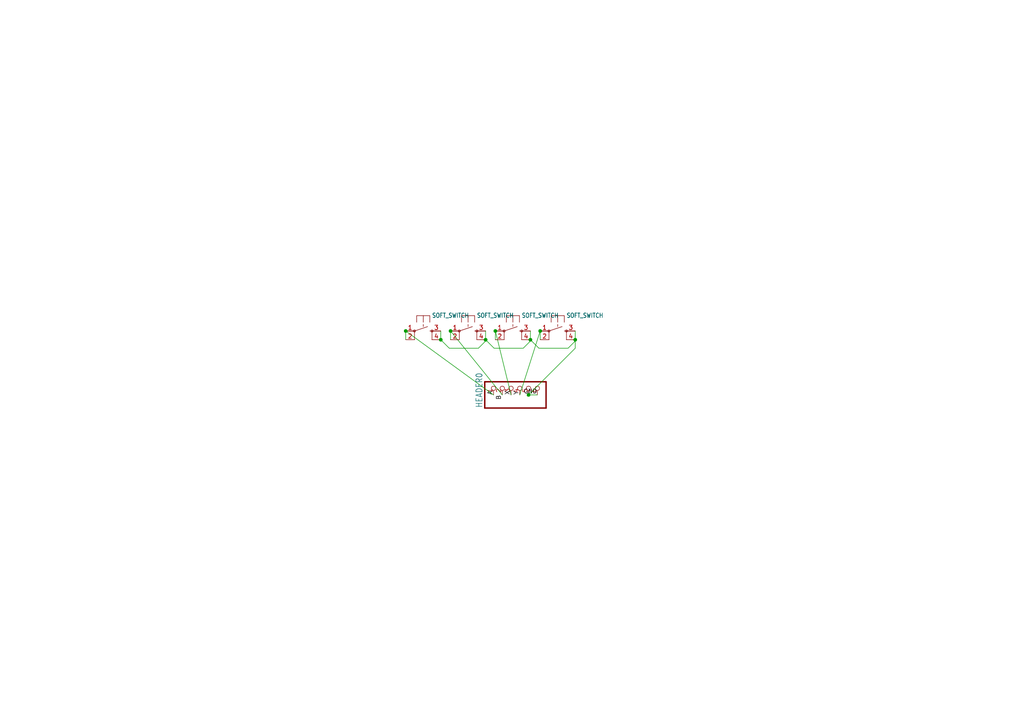
<source format=kicad_sch>
(kicad_sch (version 20230121) (generator eeschema)
  (paper "A4")
  (lib_symbols
    (symbol "working-eagle-import:PINHD-1X6"
      (property "Reference" "JP" (at -6.35 10.795 0))
      (symbol "PINHD-1X6_1_0"
        (polyline (pts (xy -6.35 -7.62) (xy 1.27 -7.62)) (stroke (width 0.4064)))
        (polyline (pts (xy -6.35 10.16) (xy -6.35 -7.62)) (stroke (width 0.4064)))
        (polyline (pts (xy 1.27 -7.62) (xy 1.27 10.16)) (stroke (width 0.4064)))
        (polyline (pts (xy 1.27 10.16) (xy -6.35 10.16)) (stroke (width 0.4064)))
        (pin passive inverted (at -2.54 7.62 0) (length 2.54) (name "1") (number "1"))
        (pin passive inverted (at -2.54 5.08 0) (length 2.54) (name "2") (number "2"))
        (pin passive inverted (at -2.54 2.54 0) (length 2.54) (name "3") (number "3"))
        (pin passive inverted (at -2.54 0 0) (length 2.54) (name "4") (number "4"))
        (pin passive inverted (at -2.54 -2.54 0) (length 2.54) (name "5") (number "5"))
        (pin passive inverted (at -2.54 -5.08 0) (length 2.54) (name "6") (number "6"))
      )
    )
    (symbol "working-eagle-import:SOFT_SWITCH"
      (symbol "SOFT_SWITCH_1_0"
        (circle (center 0 -2.54) (radius 0.3175))
        (polyline (pts (xy -4.445 -1.905) (xy -2.54 -1.905)) (stroke (width 0.1524)))
        (polyline (pts (xy -4.445 0) (xy -4.445 -1.905)) (stroke (width 0.1524)))
        (polyline (pts (xy -4.445 0) (xy -2.54 0)) (stroke (width 0.1524)))
        (polyline (pts (xy -4.445 1.905) (xy -4.445 0)) (stroke (width 0.1524)))
        (polyline (pts (xy -2.54 1.905) (xy -4.445 1.905)) (stroke (width 0.1524)))
        (polyline (pts (xy -1.905 0) (xy -1.27 0)) (stroke (width 0.1524)))
        (polyline (pts (xy 0 -2.54) (xy -1.27 1.27)) (stroke (width 0.1524)))
        (polyline (pts (xy 0 2.54) (xy 0 1.905)) (stroke (width 0.1524)))
        (polyline (pts (xy 2.54 -2.54) (xy 0 -2.54)) (stroke (width 0.1524)))
        (polyline (pts (xy 2.54 2.54) (xy 0 2.54)) (stroke (width 0.1524)))
        (circle (center 0 2.54) (radius 0.3175))
        (pin passive line (at 0 -5.08 90) (length 2.54) (name "P") (number "1"))
        (pin passive line (at 2.54 -5.08 90) (length 2.54) (name "P1") (number "2"))
        (pin passive line (at 0 5.08 270) (length 2.54) (name "S") (number "3"))
        (pin passive line (at 2.54 5.08 270) (length 2.54) (name "S1") (number "4"))
      )
    )
  )
  (junction (at 117.68 96))
  (junction (at 130.68 96))
  (junction (at 153.84 98.54))
  (junction (at 127.84 98.54))
  (junction (at 153.3 114.54))
  (junction (at 166.84 98.54))
  (junction (at 156.68 96))
  (junction (at 143.68 96))
  (junction (at 140.84 98.54))
  (wire (pts (xy 143.68 98.54) (xy 143.68 96)) (stroke (width 0.1524)))
  (wire (pts (xy 153.84 98.54) (xy 156.3 101)) (stroke (width 0.1524)))
  (wire (pts (xy 117.68 98.54) (xy 117.68 96)) (stroke (width 0.1524)))
  (wire (pts (xy 140.84 98.54) (xy 143.3 101)) (stroke (width 0.1524)))
  (wire (pts (xy 127.84 98.54) (xy 130.3 101)) (stroke (width 0.1524)))
  (wire (pts (xy 153.3 114.54) (xy 166.84 101)) (stroke (width 0.1524)))
  (wire (pts (xy 143.14 114.54) (xy 117.68 96)) (stroke (width 0.1524)))
  (wire (pts (xy 164.76 101) (xy 166.84 98.92)) (stroke (width 0.1524)))
  (wire (pts (xy 150.76 114.54) (xy 156.68 96)) (stroke (width 0.1524)))
  (wire (pts (xy 155.84 114.54) (xy 153.3 114.54)) (stroke (width 0.1524)))
  (wire (pts (xy 166.84 98.54) (xy 166.84 96)) (stroke (width 0.1524)))
  (wire (pts (xy 130.3 101) (xy 138.76 101)) (stroke (width 0.1524)))
  (wire (pts (xy 127.84 98.54) (xy 127.84 96)) (stroke (width 0.1524)))
  (wire (pts (xy 143.3 101) (xy 151.76 101)) (stroke (width 0.1524)))
  (wire (pts (xy 151.76 101) (xy 153.84 98.92)) (stroke (width 0.1524)))
  (wire (pts (xy 130.68 98.54) (xy 130.68 96)) (stroke (width 0.1524)))
  (wire (pts (xy 148.22 114.54) (xy 143.68 96)) (stroke (width 0.1524)))
  (wire (pts (xy 156.3 101) (xy 164.76 101)) (stroke (width 0.1524)))
  (wire (pts (xy 140.84 98.92) (xy 140.84 98.54)) (stroke (width 0.1524)))
  (wire (pts (xy 153.84 98.54) (xy 153.84 96)) (stroke (width 0.1524)))
  (wire (pts (xy 138.76 101) (xy 140.84 98.92)) (stroke (width 0.1524)))
  (wire (pts (xy 156.68 98.54) (xy 156.68 96)) (stroke (width 0.1524)))
  (wire (pts (xy 145.68 114.54) (xy 130.68 96)) (stroke (width 0.1524)))
  (wire (pts (xy 140.84 98.54) (xy 140.84 96)) (stroke (width 0.1524)))
  (wire (pts (xy 166.84 98.54) (xy 166.84 101)) (stroke (width 0.1524)))
  (wire (pts (xy 153.84 98.92) (xy 153.84 98.54)) (stroke (width 0.1524)))
  (label "X" (at 148.22 114.54 90) (effects (font (size 1.2446 1.2446))))
  (label "Y" (at 150.76 114.54 90) (effects (font (size 1.2446 1.2446))))
  (label "B" (at 145.68 114.54 270) (effects (font (size 1.2446 1.2446))))
  (label "A" (at 143.14 114.54 90) (effects (font (size 1.2446 1.2446))))
  (label "GND" (at 155.84 114.54 180) (effects (font (size 1.2446 1.2446))))
  (symbol (lib_id "working-eagle-import:SOFT_SWITCH") (at 122.76 96 270) (unit 1)
    (property "Reference" "S1" (effects hide))
    (property "Value" "SOFT_SWITCH" (at 125.3 92.19 90) (effects (font (size 1.27 1.0795)) (justify left bottom)))
    (property "Footprint" "working:8MM_SWITCH" (effects hide))
  )
  (symbol (lib_id "working-eagle-import:SOFT_SWITCH") (at 148.76 96 270) (unit 1)
    (property "Reference" "S3" (effects hide))
    (property "Value" "SOFT_SWITCH" (at 151.3 92.19 90) (effects (font (size 1.27 1.0795)) (justify left bottom)))
    (property "Footprint" "working:8MM_SWITCH" (effects hide))
  )
  (symbol (lib_id "working-eagle-import:SOFT_SWITCH") (at 135.76 96 270) (unit 1)
    (property "Reference" "S2" (effects hide))
    (property "Value" "SOFT_SWITCH" (at 138.3 92.19 90) (effects (font (size 1.27 1.0795)) (justify left bottom)))
    (property "Footprint" "working:8MM_SWITCH" (effects hide))
  )
  (symbol (lib_id "working-eagle-import:PINHD-1X6") (at 150.76 112 90) (unit 1)
    (property "Reference" "HEADER0" (at 139.965 118.35 0) (effects (font (size 1.778 1.5113)) (justify left bottom)))
    (property "Value" "PINHD-1X6" (effects hide))
    (property "Footprint" "working:1X06" (effects hide))
  )
  (symbol (lib_id "working-eagle-import:SOFT_SWITCH") (at 161.76 96 270) (unit 1)
    (property "Reference" "S4" (effects hide))
    (property "Value" "SOFT_SWITCH" (at 164.3 92.19 90) (effects (font (size 1.27 1.0795)) (justify left bottom)))
    (property "Footprint" "working:8MM_SWITCH" (effects hide))
  )
)
</source>
